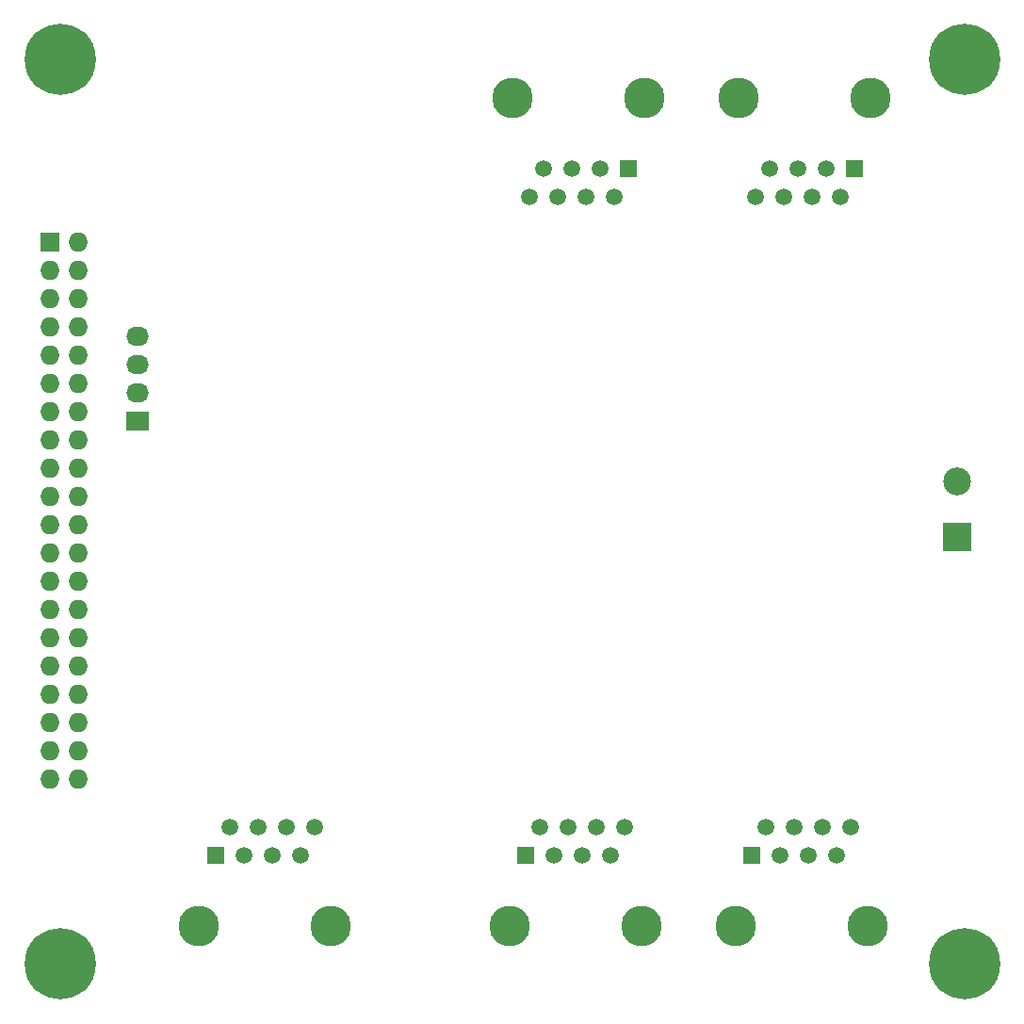
<source format=gbs>
G04 #@! TF.FileFunction,Soldermask,Bot*
%FSLAX46Y46*%
G04 Gerber Fmt 4.6, Leading zero omitted, Abs format (unit mm)*
G04 Created by KiCad (PCBNEW 4.0.4-stable) date Tue Nov 29 12:41:02 2016*
%MOMM*%
%LPD*%
G01*
G04 APERTURE LIST*
%ADD10C,0.100000*%
%ADD11R,1.727200X1.727200*%
%ADD12O,1.727200X1.727200*%
%ADD13C,3.649980*%
%ADD14R,1.501140X1.501140*%
%ADD15C,1.501140*%
%ADD16C,2.500000*%
%ADD17R,2.500000X2.500000*%
%ADD18C,6.400000*%
%ADD19R,2.032000X1.727200*%
%ADD20O,2.032000X1.727200*%
G04 APERTURE END LIST*
D10*
D11*
X102565200Y-73152000D03*
D12*
X105105200Y-73152000D03*
X102565200Y-75692000D03*
X105105200Y-75692000D03*
X102565200Y-78232000D03*
X105105200Y-78232000D03*
X102565200Y-80772000D03*
X105105200Y-80772000D03*
X102565200Y-83312000D03*
X105105200Y-83312000D03*
X102565200Y-85852000D03*
X105105200Y-85852000D03*
X102565200Y-88392000D03*
X105105200Y-88392000D03*
X102565200Y-90932000D03*
X105105200Y-90932000D03*
X102565200Y-93472000D03*
X105105200Y-93472000D03*
X102565200Y-96012000D03*
X105105200Y-96012000D03*
X102565200Y-98552000D03*
X105105200Y-98552000D03*
X102565200Y-101092000D03*
X105105200Y-101092000D03*
X102565200Y-103632000D03*
X105105200Y-103632000D03*
X102565200Y-106172000D03*
X105105200Y-106172000D03*
X102565200Y-108712000D03*
X105105200Y-108712000D03*
X102565200Y-111252000D03*
X105105200Y-111252000D03*
X102565200Y-113792000D03*
X105105200Y-113792000D03*
X102565200Y-116332000D03*
X105105200Y-116332000D03*
X102565200Y-118872000D03*
X105105200Y-118872000D03*
X102565200Y-121412000D03*
X105105200Y-121412000D03*
D13*
X144124681Y-60198000D03*
X155994101Y-60198000D03*
D14*
X154508201Y-66548000D03*
D15*
X153238201Y-69088000D03*
X151968201Y-66548000D03*
X150698201Y-69088000D03*
X149428201Y-66548000D03*
X148158201Y-69088000D03*
X146888201Y-66548000D03*
X145618201Y-69088000D03*
D13*
X164462711Y-60198000D03*
X176332131Y-60198000D03*
D14*
X174846231Y-66548000D03*
D15*
X173576231Y-69088000D03*
X172306231Y-66548000D03*
X171036231Y-69088000D03*
X169766231Y-66548000D03*
X168496231Y-69088000D03*
X167226231Y-66548000D03*
X165956231Y-69088000D03*
D13*
X176031659Y-134620000D03*
X164162239Y-134620000D03*
D14*
X165648139Y-128270000D03*
D15*
X166918139Y-125730000D03*
X168188139Y-128270000D03*
X169458139Y-125730000D03*
X170728139Y-128270000D03*
X171998139Y-125730000D03*
X173268139Y-128270000D03*
X174538139Y-125730000D03*
D13*
X155693629Y-134620000D03*
X143824209Y-134620000D03*
D14*
X145310109Y-128270000D03*
D15*
X146580109Y-125730000D03*
X147850109Y-128270000D03*
X149120109Y-125730000D03*
X150390109Y-128270000D03*
X151660109Y-125730000D03*
X152930109Y-128270000D03*
X154200109Y-125730000D03*
D13*
X127807720Y-134620000D03*
X115938300Y-134620000D03*
D14*
X117424200Y-128270000D03*
D15*
X118694200Y-125730000D03*
X119964200Y-128270000D03*
X121234200Y-125730000D03*
X122504200Y-128270000D03*
X123774200Y-125730000D03*
X125044200Y-128270000D03*
X126314200Y-125730000D03*
D16*
X184099200Y-94695000D03*
D17*
X184099200Y-99695000D03*
D18*
X184734200Y-56769000D03*
X103454200Y-138049000D03*
X103454200Y-56769000D03*
X184734200Y-138049000D03*
D19*
X110439200Y-89281000D03*
D20*
X110439200Y-86741000D03*
X110439200Y-84201000D03*
X110439200Y-81661000D03*
M02*

</source>
